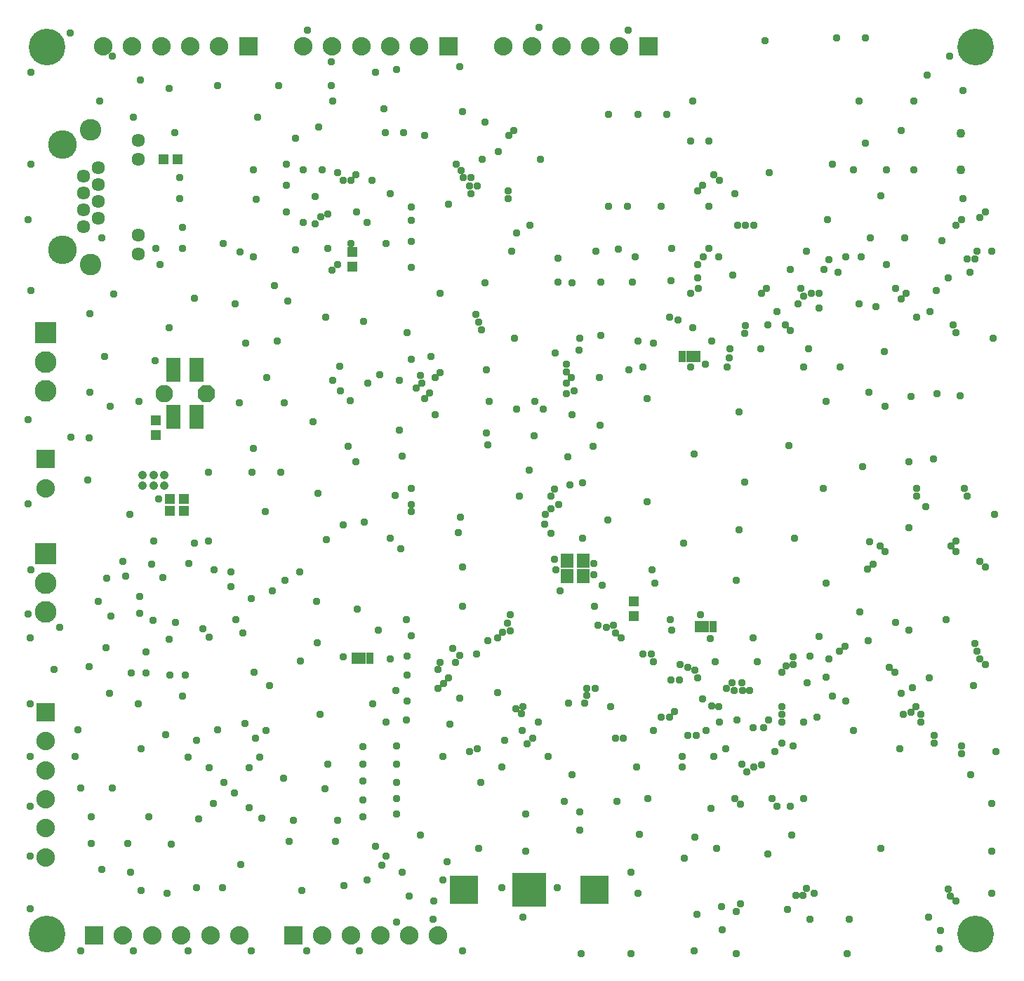
<source format=gbr>
G04 EAGLE Gerber RS-274X export*
G75*
%MOMM*%
%FSLAX34Y34*%
%LPD*%
%INSoldermask Bottom*%
%IPPOS*%
%AMOC8*
5,1,8,0,0,1.08239X$1,22.5*%
G01*
%ADD10R,1.503200X1.803200*%
%ADD11R,2.235200X2.235200*%
%ADD12C,2.235200*%
%ADD13R,1.283200X1.253200*%
%ADD14R,0.838200X1.473200*%
%ADD15R,3.383200X3.383200*%
%ADD16R,4.163200X4.163200*%
%ADD17C,1.103200*%
%ADD18R,2.616200X2.616200*%
%ADD19C,2.616200*%
%ADD20C,2.603200*%
%ADD21C,3.453200*%
%ADD22C,1.611200*%
%ADD23R,1.203200X1.303200*%
%ADD24C,1.041200*%
%ADD25C,2.108200*%
%ADD26P,2.281895X8X22.500000*%
%ADD27R,1.803200X2.903200*%
%ADD28C,0.959600*%
%ADD29C,4.419200*%


D10*
X687063Y490520D03*
X667063Y490520D03*
X687063Y471505D03*
X667063Y471505D03*
D11*
X336865Y38400D03*
D12*
X371865Y38400D03*
X406865Y38400D03*
X441865Y38400D03*
X476865Y38400D03*
X511865Y38400D03*
D11*
X96835Y38400D03*
D12*
X131835Y38400D03*
X166835Y38400D03*
X201835Y38400D03*
X236835Y38400D03*
X271835Y38400D03*
D11*
X38415Y307640D03*
D12*
X38415Y272640D03*
X38415Y237640D03*
X38415Y202640D03*
X38415Y167640D03*
X38415Y132640D03*
D13*
X747730Y423680D03*
X747730Y441180D03*
D14*
X429165Y372850D03*
X420275Y372850D03*
X411385Y372850D03*
D15*
X700050Y93425D03*
X542650Y93425D03*
D16*
X621350Y93425D03*
D17*
X1142200Y962250D03*
X1142200Y1006250D03*
D14*
X843115Y411163D03*
X834225Y411163D03*
X825335Y411163D03*
X824065Y736600D03*
X815175Y736600D03*
X806285Y736600D03*
D18*
X38100Y498475D03*
D19*
X38100Y463475D03*
X38100Y428475D03*
D13*
X408500Y863000D03*
X408500Y845500D03*
D20*
X92850Y847975D03*
D21*
X58550Y865775D03*
X58550Y992775D03*
D20*
X92850Y1010575D03*
D22*
X83950Y893775D03*
X83950Y914075D03*
X83950Y934375D03*
X83950Y954675D03*
X101750Y903975D03*
X101750Y924275D03*
X101750Y944575D03*
X101750Y964875D03*
X149950Y860675D03*
X149950Y883575D03*
X149950Y997875D03*
X149950Y974975D03*
D23*
X197575Y975000D03*
X180575Y975000D03*
D11*
X38100Y612775D03*
D12*
X38100Y577775D03*
D24*
X155275Y580875D03*
X155275Y593875D03*
X168275Y580875D03*
X168275Y593875D03*
X181275Y580875D03*
X181275Y593875D03*
D23*
X188350Y550863D03*
X205350Y550863D03*
X205350Y565150D03*
X188350Y565150D03*
D25*
X180975Y692150D03*
D26*
X231775Y692150D03*
D27*
X192375Y720725D03*
X220375Y720725D03*
D13*
X171450Y659625D03*
X171450Y642125D03*
D27*
X192375Y663575D03*
X220375Y663575D03*
D11*
X282575Y1111250D03*
D12*
X247575Y1111250D03*
X212575Y1111250D03*
X177575Y1111250D03*
X142575Y1111250D03*
X107575Y1111250D03*
D11*
X523875Y1111250D03*
D12*
X488875Y1111250D03*
X453875Y1111250D03*
X418875Y1111250D03*
X383875Y1111250D03*
X348875Y1111250D03*
D11*
X765175Y1111250D03*
D12*
X730175Y1111250D03*
X695175Y1111250D03*
X660175Y1111250D03*
X625175Y1111250D03*
X590175Y1111250D03*
D18*
X38100Y765175D03*
D19*
X38100Y730175D03*
X38100Y695175D03*
D28*
X101920Y441025D03*
X134940Y471505D03*
X211140Y486745D03*
X241620Y479125D03*
X261940Y458805D03*
X420690Y266400D03*
X420690Y244810D03*
X420690Y224490D03*
X420690Y201630D03*
X420690Y181310D03*
X435930Y145750D03*
X443550Y122890D03*
X222570Y178770D03*
X189550Y148290D03*
X298770Y180040D03*
X331790Y152100D03*
X387670Y152100D03*
X390210Y177500D03*
X336870Y177500D03*
X374970Y215600D03*
X296230Y253700D03*
X291150Y276560D03*
X235270Y241000D03*
X283530Y241000D03*
X283530Y192740D03*
X240350Y197820D03*
X253050Y223220D03*
X265750Y210520D03*
X209870Y253700D03*
X220030Y274020D03*
X245430Y286720D03*
X278450Y294340D03*
X187010Y395305D03*
X159070Y354665D03*
X141290Y354665D03*
X90490Y362285D03*
X194630Y415625D03*
X227650Y408005D03*
X235270Y397845D03*
X159070Y380065D03*
X110810Y385145D03*
X150180Y317835D03*
X183200Y280370D03*
X345760Y369270D03*
X366080Y391495D03*
X179390Y470235D03*
X151450Y427055D03*
X151450Y447375D03*
X654050Y479425D03*
X365125Y441325D03*
X77155Y286085D03*
X73980Y254335D03*
X80330Y216235D03*
X118430Y216235D03*
X162880Y181310D03*
X93030Y181310D03*
X137480Y149560D03*
X93030Y149560D03*
X105730Y117810D03*
X140655Y114635D03*
X153355Y92410D03*
X185105Y89235D03*
X220030Y95585D03*
X251780Y95585D03*
X274005Y124160D03*
X347030Y92410D03*
X397830Y98760D03*
X286705Y19385D03*
X210505Y19385D03*
X143830Y19385D03*
X80330Y19385D03*
X20005Y70185D03*
X20005Y133685D03*
X20005Y194010D03*
X20005Y254335D03*
X20005Y317835D03*
X20005Y397210D03*
X54930Y409910D03*
X166055Y486110D03*
X312105Y454360D03*
X432755Y317835D03*
X353380Y19385D03*
X416880Y19385D03*
X461330Y54310D03*
X426405Y105110D03*
X505780Y57485D03*
X477205Y86060D03*
X153355Y263860D03*
X289880Y355935D03*
X286705Y444835D03*
X369255Y305135D03*
X378780Y244810D03*
X48580Y359110D03*
X115255Y330535D03*
X188280Y352760D03*
X685800Y517525D03*
X840293Y396472D03*
X1079500Y406400D03*
X1079500Y530225D03*
X1050925Y676275D03*
X1079500Y609600D03*
X891634Y397013D03*
X685800Y584200D03*
X571500Y393700D03*
X571500Y630238D03*
X958850Y746125D03*
X900893Y746125D03*
X863600Y746125D03*
X771525Y752475D03*
X396875Y533400D03*
X454025Y517525D03*
X473075Y298450D03*
X914400Y203200D03*
X952500Y203200D03*
X869950Y203200D03*
X663575Y200025D03*
X764800Y203482D03*
X727075Y200025D03*
X682625Y165100D03*
X752475Y88900D03*
X933450Y69850D03*
X876300Y76200D03*
X656364Y826488D03*
X673100Y825500D03*
X708025Y826488D03*
X746125Y826488D03*
X739775Y917575D03*
X717550Y917575D03*
X781050Y917564D03*
X412750Y609600D03*
X819150Y1044575D03*
X1019175Y1044575D03*
X838200Y917575D03*
X838200Y996950D03*
X815975Y996950D03*
X628650Y682625D03*
X635000Y974725D03*
X384175Y708025D03*
X454025Y371475D03*
X793503Y406400D03*
X698500Y628650D03*
X971286Y398681D03*
X657225Y558243D03*
X479425Y558363D03*
X473075Y419100D03*
X268092Y419100D03*
X791401Y419100D03*
X203200Y327025D03*
X647700Y553243D03*
X479631Y549275D03*
X479425Y400050D03*
X276225Y403225D03*
X167960Y418165D03*
X117160Y423245D03*
X261940Y476585D03*
X112080Y468965D03*
X955675Y95250D03*
X344490Y476585D03*
X414340Y432135D03*
X439740Y406735D03*
X474665Y374985D03*
X834393Y727728D03*
X763749Y685659D03*
X741524Y720584D03*
X706599Y711059D03*
X763749Y561834D03*
X770099Y479284D03*
X979649Y463409D03*
X871699Y466584D03*
X976474Y577709D03*
X979649Y682484D03*
X970918Y795196D03*
X871540Y67010D03*
X960440Y57485D03*
X1103315Y60660D03*
X938215Y159085D03*
X884240Y235285D03*
X750890Y241635D03*
X846140Y368635D03*
X896940Y368635D03*
X960440Y374985D03*
X1030290Y394035D03*
X1020765Y428960D03*
X700090Y435310D03*
X716759Y539291D03*
X621509Y599616D03*
X707234Y653591D03*
X792959Y828216D03*
X729459Y866316D03*
X850109Y856791D03*
X983459Y853616D03*
X1050134Y742491D03*
X1081884Y688516D03*
X1113634Y691691D03*
X1141415Y689310D03*
X1100140Y555960D03*
X1182690Y546435D03*
X874715Y670260D03*
X874715Y527385D03*
X820740Y619460D03*
X808040Y511510D03*
X935040Y628985D03*
X941390Y517860D03*
X627224Y641209D03*
X570074Y644384D03*
X465299Y647559D03*
X427199Y704709D03*
X465299Y707884D03*
X490699Y714234D03*
X573249Y682484D03*
X413546Y910766D03*
X426246Y898066D03*
X523878Y920291D03*
X479428Y844091D03*
X479428Y875841D03*
X479428Y901241D03*
X479428Y917116D03*
X454028Y932991D03*
X292103Y926641D03*
X288928Y961566D03*
X273053Y863141D03*
X314328Y821866D03*
X120653Y812341D03*
X670721Y582154D03*
X668340Y615491D03*
X862968Y734871D03*
X909799Y774559D03*
X824709Y847266D03*
X824709Y831391D03*
X773274Y463409D03*
X461965Y267035D03*
X461965Y244810D03*
X461965Y222585D03*
X461965Y203535D03*
X461965Y184485D03*
X449265Y133685D03*
X468315Y114635D03*
X506415Y79710D03*
X541340Y19385D03*
X614365Y60660D03*
X588965Y95585D03*
X655640Y95585D03*
X617540Y184485D03*
X617540Y140035D03*
X560390Y143210D03*
X563565Y222585D03*
X588965Y241635D03*
X592140Y273385D03*
X538165Y324185D03*
X449265Y295610D03*
X474665Y321010D03*
X474665Y352760D03*
X541340Y435310D03*
X541340Y482935D03*
X658815Y454360D03*
X652465Y492460D03*
X709615Y460710D03*
X468315Y616285D03*
X366715Y571835D03*
X287340Y597235D03*
X322265Y597235D03*
X303215Y549610D03*
X217490Y511510D03*
X131765Y489285D03*
X20640Y479760D03*
X17465Y425785D03*
X17465Y559135D03*
X17465Y660735D03*
X115890Y676610D03*
X90490Y638510D03*
X150815Y682960D03*
X109540Y736935D03*
X20640Y816310D03*
X17465Y902035D03*
X106365Y879810D03*
X176215Y848060D03*
X217490Y806785D03*
X252415Y873460D03*
X376240Y784560D03*
X474665Y765510D03*
X503240Y736935D03*
X449265Y873460D03*
X328615Y911560D03*
X328615Y943310D03*
X328615Y968710D03*
X246065Y1063960D03*
X319090Y1063960D03*
X382590Y1063960D03*
X446090Y1035385D03*
X541340Y1032210D03*
X538165Y1086185D03*
X461965Y1083010D03*
X436565Y1079835D03*
X382590Y1092535D03*
X354015Y1130635D03*
X119065Y1098885D03*
X68265Y1127460D03*
X20640Y1079835D03*
X103190Y1044910D03*
X144465Y1025860D03*
X293690Y1025860D03*
X906465Y1117935D03*
X992190Y1121110D03*
X1027115Y994110D03*
X1046165Y930610D03*
X1033465Y879810D03*
X1074740Y879810D03*
X1052515Y848060D03*
X1039815Y797260D03*
X1112840Y816310D03*
X1119190Y876635D03*
X1144590Y927435D03*
X1179515Y863935D03*
X1109665Y613110D03*
X1023940Y603585D03*
X1084265Y336885D03*
X1157290Y340060D03*
X1154115Y232110D03*
X1179515Y197185D03*
X1179515Y89235D03*
X1116015Y22560D03*
X1004890Y16210D03*
X1008065Y57485D03*
X1046165Y143210D03*
X871540Y16210D03*
X820740Y19385D03*
X744540Y16210D03*
X684215Y16210D03*
X744540Y114635D03*
X853284Y73360D03*
X840584Y191629D03*
X754859Y159879D03*
X821534Y156704D03*
X808834Y131304D03*
X669134Y318629D03*
X583409Y331329D03*
X526259Y293229D03*
X881859Y585329D03*
X1031084Y693279D03*
X459584Y569454D03*
X377034Y515479D03*
X361159Y658354D03*
X326234Y680579D03*
X272259Y680579D03*
X405609Y683754D03*
X392909Y725029D03*
X170659Y731379D03*
X91284Y693279D03*
X69059Y639304D03*
X91284Y788529D03*
X421484Y779004D03*
X653259Y740904D03*
X681834Y744079D03*
X656434Y855204D03*
X490540Y159085D03*
X522290Y127335D03*
X957265Y343235D03*
X909640Y136860D03*
X823915Y63835D03*
X1179515Y140035D03*
X1144590Y1057610D03*
X1128715Y1098885D03*
X1027115Y1121110D03*
X741365Y1130635D03*
X633415Y1133810D03*
X20640Y968710D03*
X699288Y487363D03*
X466725Y504825D03*
X460375Y333375D03*
X206375Y352425D03*
X168275Y514350D03*
X717550Y1028689D03*
X752475Y1028689D03*
X787400Y1028689D03*
X1101725Y1076325D03*
X584200Y984250D03*
X568325Y825500D03*
X514350Y812800D03*
X393700Y695325D03*
X403225Y628650D03*
X327025Y466725D03*
X303850Y285450D03*
X325440Y228247D03*
X699288Y473075D03*
X307975Y339725D03*
X983450Y371475D03*
X1165149Y371551D03*
X1159157Y854512D03*
X1022350Y857250D03*
X821807Y358493D03*
X524253Y349402D03*
X539341Y961464D03*
X1012825Y962025D03*
X996150Y381000D03*
X1162050Y381000D03*
X1150069Y854357D03*
X1003300Y857250D03*
X1002576Y387426D03*
X1159411Y390088D03*
X1152934Y838735D03*
X993775Y838200D03*
X824700Y348714D03*
X518185Y342618D03*
X533400Y968375D03*
X987425Y968375D03*
X1089025Y568325D03*
X1149886Y568325D03*
X1143000Y901982D03*
X981075Y901982D03*
X1076325Y812800D03*
X971550Y812800D03*
X1070257Y806016D03*
X962025Y812800D03*
X940227Y365125D03*
X1171575Y365125D03*
X1162050Y863600D03*
X955675Y863600D03*
X1063625Y819150D03*
X949325Y819150D03*
X1019175Y799948D03*
X946150Y800100D03*
X977618Y841375D03*
X936625Y841375D03*
X771525Y368300D03*
X532681Y368018D03*
X542389Y952376D03*
X911225Y958850D03*
X825500Y819150D03*
X908126Y819226D03*
X815975Y812800D03*
X901700Y812800D03*
X1089025Y577413D03*
X1146838Y577850D03*
X1136650Y895350D03*
X892175Y895350D03*
X606707Y885391D03*
X882213Y895350D03*
X622300Y895350D03*
X873125Y895350D03*
X538833Y542925D03*
X558992Y942852D03*
X870082Y933450D03*
X641350Y546100D03*
X1063625Y416278D03*
X1124232Y419100D03*
X1127125Y831850D03*
X866775Y835025D03*
X768757Y377388D03*
X537738Y375813D03*
X549904Y942346D03*
X850976Y949249D03*
X758825Y377825D03*
X529689Y384175D03*
X551477Y952500D03*
X844550Y955675D03*
X726199Y403301D03*
X589468Y403659D03*
X596534Y927382D03*
X830768Y943409D03*
X732625Y396875D03*
X583400Y396875D03*
X596100Y936625D03*
X824700Y936625D03*
X844550Y254000D03*
X1184275Y260350D03*
X1181100Y758825D03*
X841375Y755650D03*
X930275Y774700D03*
X1133320Y774700D03*
X1143000Y266700D03*
X926018Y269875D03*
X936701Y768274D03*
X1136368Y765612D03*
X1143000Y257175D03*
X939800Y266700D03*
X1117600Y44450D03*
X854791Y45166D03*
X1110168Y269875D03*
X812800Y279400D03*
X1110168Y279400D03*
X822732Y279400D03*
X1094293Y295275D03*
X952500Y295275D03*
X1094293Y304800D03*
X968375Y301625D03*
X1031875Y513243D03*
X1136726Y514426D03*
X1127407Y94531D03*
X965200Y88900D03*
X1044575Y508243D03*
X1130224Y508076D03*
X1129866Y85443D03*
X952063Y86281D03*
X1050925Y501650D03*
X1136650Y501650D03*
X1136650Y79375D03*
X942975Y86281D03*
X887763Y333375D03*
X1069975Y330200D03*
X1068893Y263525D03*
X917956Y260350D03*
X902224Y244219D03*
X920750Y193675D03*
X904075Y288925D03*
X891375Y288925D03*
X936625Y193675D03*
X892175Y241300D03*
X910425Y298450D03*
X872325Y298450D03*
X878551Y244475D03*
X876300Y196370D03*
X926300Y314325D03*
X1088225Y314325D03*
X926300Y305237D03*
X1082157Y307541D03*
X926300Y295275D03*
X1073069Y305082D03*
X926300Y355600D03*
X1062825Y355600D03*
X931139Y363614D03*
X1056399Y362026D03*
X878187Y342900D03*
X802475Y346075D03*
X806450Y254000D03*
X806450Y241300D03*
X878675Y333812D03*
X688457Y318374D03*
X868713Y333888D03*
X691350Y327462D03*
X866051Y342976D03*
X691350Y336550D03*
X859625Y336550D03*
X700875Y336550D03*
X841568Y315166D03*
X719925Y314325D03*
X850656Y314325D03*
X1003300Y320675D03*
X1012543Y285750D03*
X835025Y285468D03*
X632327Y295275D03*
X850900Y295275D03*
X625475Y276225D03*
X725993Y276225D03*
X619049Y269799D03*
X735081Y276225D03*
X613339Y285750D03*
X771525Y285750D03*
X612111Y305464D03*
X781050Y301625D03*
X614326Y314552D03*
X790575Y301625D03*
X605238Y311443D03*
X797001Y308051D03*
X831050Y323850D03*
X987425Y327025D03*
X979993Y349532D03*
X1104100Y349250D03*
X790575Y784507D03*
X560677Y777875D03*
X549275Y260068D03*
X673100Y231775D03*
X682625Y187325D03*
X847725Y142875D03*
X800893Y781050D03*
X563725Y768787D03*
X558800Y263116D03*
X858868Y263525D03*
D29*
X40000Y1110000D03*
X1160000Y1110000D03*
X1160000Y40000D03*
X40000Y40000D03*
D28*
X485699Y698424D03*
X666468Y704850D03*
X492125Y704850D03*
X672612Y711558D03*
X508000Y711200D03*
X666468Y718266D03*
X514426Y717626D03*
X666468Y727354D03*
X501650Y692714D03*
X675556Y695515D03*
X495300Y685800D03*
X666468Y692150D03*
X1088866Y784225D03*
X317500Y755650D03*
X952424Y809549D03*
X330200Y803275D03*
X640234Y534516D03*
X422275Y536575D03*
X304800Y711200D03*
X441325Y714375D03*
X447675Y1006475D03*
X568325Y1019175D03*
X569821Y720725D03*
X860425Y723900D03*
X758825Y723900D03*
X644525Y254000D03*
X517525Y254000D03*
X920750Y790575D03*
X557629Y787400D03*
X815975Y723900D03*
X704850Y412214D03*
X598739Y425450D03*
X600075Y863600D03*
X701675Y863600D03*
X714421Y409575D03*
X595691Y415206D03*
X603326Y1009726D03*
X469900Y1006475D03*
X723509Y412389D03*
X598556Y406118D03*
X596900Y1003300D03*
X495300Y1003300D03*
X792950Y346075D03*
X511401Y336550D03*
X1085850Y1044575D03*
X1085850Y962025D03*
X1069975Y1009650D03*
X1052750Y962025D03*
X838200Y866775D03*
X793750Y866775D03*
X827875Y425450D03*
X939800Y374650D03*
X558391Y377825D03*
X565150Y974725D03*
X412826Y955751D03*
X1029775Y480500D03*
X1171575Y482600D03*
X1171575Y911225D03*
X406400Y949325D03*
X1036559Y486568D03*
X1165507Y489384D03*
X1165149Y904799D03*
X397312Y949325D03*
X647700Y523593D03*
X535785Y523875D03*
X551533Y933258D03*
X431800Y949325D03*
X803631Y364843D03*
X514449Y367863D03*
X812719Y361668D03*
X511401Y358775D03*
X603532Y758825D03*
X682625Y758825D03*
X819150Y771525D03*
X279400Y752475D03*
X1104900Y790575D03*
X266700Y800100D03*
X831850Y857250D03*
X749300Y857250D03*
X396875Y374650D03*
X508000Y666750D03*
X517525Y104775D03*
X673100Y666750D03*
X390525Y958850D03*
X406400Y873125D03*
X288925Y857250D03*
X384175Y1044575D03*
X378948Y908522D03*
X378619Y866775D03*
X339725Y1000125D03*
X339725Y865750D03*
X349250Y962025D03*
X349250Y898525D03*
X363538Y896938D03*
X363538Y929481D03*
X367506Y1013619D03*
X369860Y905669D03*
X371475Y962025D03*
X203200Y866775D03*
X203200Y892175D03*
X200025Y927100D03*
X200025Y952500D03*
X152400Y1069975D03*
X193675Y1006475D03*
X187325Y1060450D03*
X384099Y841299D03*
X171450Y866775D03*
X390525Y847725D03*
X88900Y587375D03*
X139700Y546100D03*
X174625Y564975D03*
X288925Y625475D03*
X234950Y514350D03*
X234950Y596900D03*
X881425Y764893D03*
X752475Y755650D03*
X882650Y773981D03*
X708025Y762000D03*
X647700Y568325D03*
X609600Y568325D03*
X606425Y673580D03*
X638175Y673580D03*
X652539Y576339D03*
X479425Y577850D03*
X479425Y733425D03*
X187325Y771525D03*
X952500Y723900D03*
X996950Y723900D03*
M02*

</source>
